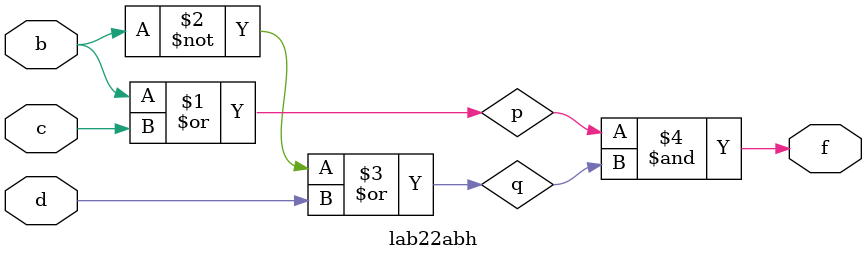
<source format=v>
module lab22abh(b,c,d,f);
input b,c,d;
output f;
wire p,q;
assign p = b|c;
assign q = ~b|d;
assign f = p&q;
endmodule

</source>
